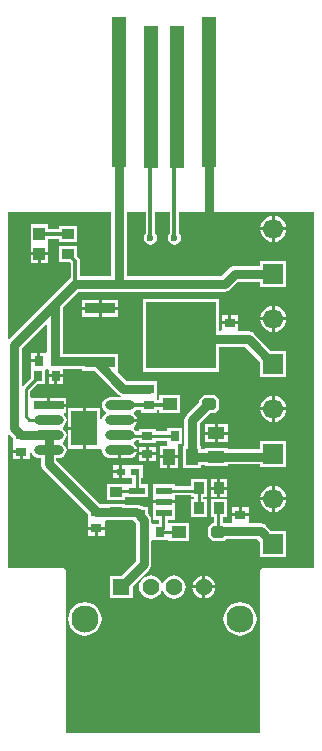
<source format=gtl>
G04*
G04 #@! TF.GenerationSoftware,Altium Limited,Altium NEXUS,2.1.5 (53)*
G04*
G04 Layer_Physical_Order=1*
G04 Layer_Color=255*
%FSLAX44Y44*%
%MOMM*%
G71*
G01*
G75*
%ADD11C,0.2540*%
%ADD13R,1.2700X12.7000*%
%ADD14R,1.2700X12.0000*%
%ADD15R,1.0000X0.9000*%
%ADD16R,1.0000X1.1000*%
%ADD17R,1.2200X1.0000*%
G04:AMPARAMS|DCode=18|XSize=1mm|YSize=1.22mm|CornerRadius=0mm|HoleSize=0mm|Usage=FLASHONLY|Rotation=270.000|XOffset=0mm|YOffset=0mm|HoleType=Round|Shape=Octagon|*
%AMOCTAGOND18*
4,1,8,0.6100,0.2500,0.6100,-0.2500,0.3600,-0.5000,-0.3600,-0.5000,-0.6100,-0.2500,-0.6100,0.2500,-0.3600,0.5000,0.3600,0.5000,0.6100,0.2500,0.0*
%
%ADD18OCTAGOND18*%

%ADD19R,0.9000X0.8000*%
%ADD20R,0.8000X0.9000*%
%ADD21R,0.7000X0.9000*%
%ADD22R,2.5900X0.9500*%
%ADD23R,5.9400X5.6300*%
%ADD24O,2.5000X0.8000*%
%ADD25R,2.5000X0.8000*%
%ADD26R,2.2000X3.0000*%
%ADD27R,1.3700X0.5900*%
%ADD28R,0.9000X1.0000*%
%ADD29R,1.4000X1.0000*%
%ADD30R,1.0000X1.4000*%
%ADD31R,0.9000X0.7000*%
%ADD32R,0.8000X0.6000*%
%ADD58C,0.3000*%
%ADD59C,0.8000*%
%ADD60C,0.4000*%
%ADD61C,2.3000*%
%ADD62C,1.4280*%
%ADD63R,1.4280X1.4280*%
%ADD64R,1.7000X1.7000*%
%ADD65C,1.7000*%
%ADD66C,0.6000*%
G36*
X263091Y143309D02*
X220980Y143309D01*
X219599Y143035D01*
X218428Y142252D01*
X217645Y141081D01*
X217371Y139700D01*
X217371Y3609D01*
X53139D01*
Y139700D01*
X52865Y141081D01*
X52082Y142252D01*
X50911Y143035D01*
X49530Y143309D01*
X3609D01*
Y255926D01*
X4879Y256452D01*
X8200Y253131D01*
Y249730D01*
X8200Y249380D01*
Y248460D01*
X8200Y248110D01*
Y243190D01*
X15240D01*
Y241920D01*
X16510D01*
Y235380D01*
X22280D01*
Y241107D01*
X23482Y241371D01*
X24141Y239780D01*
X25190Y238414D01*
X26556Y237365D01*
X28147Y236706D01*
X29854Y236482D01*
X31758D01*
Y231536D01*
X31982Y229829D01*
X32641Y228238D01*
X33690Y226872D01*
X71700Y188861D01*
Y184960D01*
X71700Y184610D01*
Y183690D01*
X71700Y183340D01*
Y178420D01*
X78740D01*
X85780D01*
Y183341D01*
X86838Y184202D01*
X87710Y183955D01*
Y183850D01*
X98481D01*
X98910Y183794D01*
X109826D01*
X109847Y183742D01*
X110896Y182376D01*
X112134Y181138D01*
Y173990D01*
Y149172D01*
X99971Y137010D01*
X89940D01*
Y117650D01*
X109300D01*
Y127681D01*
X123394Y141776D01*
X124443Y143142D01*
X125102Y144733D01*
X125326Y146440D01*
Y166038D01*
X126190Y166950D01*
X126596Y166950D01*
X139270D01*
X139649Y166450D01*
Y166450D01*
X156929D01*
Y181530D01*
X139649D01*
X139345Y182674D01*
Y184400D01*
X145600D01*
Y193900D01*
Y198120D01*
X136210D01*
X126820D01*
Y193900D01*
Y184400D01*
X131575D01*
Y181030D01*
X126596D01*
X126190Y181030D01*
X125326Y181942D01*
Y183870D01*
X125102Y185577D01*
X124443Y187168D01*
X123394Y188534D01*
X122100Y189829D01*
Y195380D01*
X118098D01*
X117808Y195603D01*
X116217Y196262D01*
X114615Y196473D01*
X113917Y196762D01*
X112210Y196986D01*
X102790D01*
Y197930D01*
X87710D01*
Y197746D01*
X81472D01*
X44950Y234268D01*
Y236482D01*
X46854D01*
X48561Y236706D01*
X50152Y237365D01*
X51518Y238414D01*
X52567Y239780D01*
X53226Y241371D01*
X53450Y243078D01*
X53226Y244785D01*
X52567Y246376D01*
X51518Y247742D01*
X50237Y248726D01*
X50147Y249408D01*
Y249449D01*
X50237Y250130D01*
X51518Y251114D01*
X52567Y252480D01*
X53226Y254071D01*
X53450Y255778D01*
X53226Y257485D01*
X52567Y259076D01*
X51518Y260442D01*
X50237Y261426D01*
X50147Y262108D01*
Y262148D01*
X50237Y262830D01*
X51518Y263814D01*
X52567Y265180D01*
X53226Y266771D01*
X53450Y268478D01*
X53226Y270185D01*
X52567Y271776D01*
X51518Y273142D01*
X51224Y273368D01*
X51656Y274638D01*
X53394D01*
Y279908D01*
X38354D01*
Y281178D01*
X37084D01*
Y287718D01*
X23314D01*
X22935Y288831D01*
Y293061D01*
X28904Y299030D01*
X35490D01*
Y310825D01*
X36370Y311730D01*
X37140D01*
X38410Y311368D01*
Y307340D01*
X44450D01*
X50490D01*
Y311674D01*
X66370D01*
Y310210D01*
X77281D01*
X96866Y290626D01*
X98232Y289577D01*
X99518Y289044D01*
X99266Y287774D01*
X89854D01*
X88147Y287550D01*
X86556Y286891D01*
X85190Y285842D01*
X84141Y284476D01*
X83482Y282885D01*
X83258Y281178D01*
X83482Y279471D01*
X84141Y277880D01*
X85190Y276514D01*
X86471Y275530D01*
X86561Y274848D01*
Y274807D01*
X86471Y274126D01*
X85190Y273142D01*
X84141Y271776D01*
X83482Y270185D01*
X83390Y269484D01*
X82120Y269567D01*
Y279160D01*
X69850D01*
Y261620D01*
Y244080D01*
X82108D01*
X82427Y244079D01*
X83264Y243124D01*
X83258Y243078D01*
X83482Y241371D01*
X84141Y239780D01*
X85190Y238414D01*
X86556Y237365D01*
X88147Y236706D01*
X89854Y236482D01*
X97084D01*
Y243078D01*
X98354D01*
Y244348D01*
X113283D01*
X113226Y244785D01*
X112567Y246376D01*
X111518Y247742D01*
X110237Y248726D01*
X110147Y249408D01*
Y249449D01*
X110237Y250130D01*
X111518Y251114D01*
X111876Y251579D01*
X114880D01*
Y249110D01*
X128960D01*
Y251265D01*
X138860D01*
Y248300D01*
X138860Y248230D01*
X138691Y247030D01*
X132320D01*
Y238760D01*
X139860D01*
X147400D01*
Y246960D01*
X147400Y247030D01*
X147569Y248230D01*
X150940D01*
Y262310D01*
X138860D01*
Y259035D01*
X128960D01*
Y261190D01*
X114880D01*
Y259349D01*
X112358D01*
X111518Y260442D01*
X110237Y261426D01*
X110147Y262108D01*
Y262148D01*
X110237Y262830D01*
X111518Y263814D01*
X112567Y265180D01*
X113226Y266771D01*
X113283Y267208D01*
X98354D01*
Y269748D01*
X113283D01*
X113226Y270185D01*
X112567Y271776D01*
X111518Y273142D01*
X110237Y274126D01*
X110147Y274807D01*
Y274848D01*
X110237Y275530D01*
X111518Y276514D01*
X111980Y277115D01*
X116150D01*
Y274750D01*
X130230D01*
Y277171D01*
X132029D01*
Y274400D01*
X149309D01*
Y289480D01*
X132029D01*
Y285409D01*
X130230D01*
Y287480D01*
X130230Y287830D01*
Y288750D01*
X130230Y289100D01*
Y301830D01*
X123619D01*
X123190Y301886D01*
X104262D01*
X96937Y309212D01*
X97350Y310210D01*
X97350D01*
Y324790D01*
X81671D01*
X81090Y324866D01*
X50426D01*
Y364068D01*
X63692Y377334D01*
X187570D01*
X189277Y377558D01*
X190868Y378217D01*
X192234Y379266D01*
X198802Y385834D01*
X217560D01*
Y381390D01*
X239640D01*
Y403470D01*
X217560D01*
Y399026D01*
X196070D01*
X194363Y398802D01*
X192772Y398143D01*
X191406Y397094D01*
X184838Y390526D01*
X104386D01*
Y444500D01*
X120341D01*
Y426717D01*
X119241Y425072D01*
X118812Y422910D01*
X119241Y420748D01*
X120466Y418916D01*
X122298Y417691D01*
X124460Y417262D01*
X126622Y417691D01*
X128454Y418916D01*
X129679Y420748D01*
X130108Y422910D01*
X129679Y425072D01*
X128579Y426717D01*
Y444500D01*
X140661D01*
Y426717D01*
X139561Y425072D01*
X139131Y422910D01*
X139561Y420748D01*
X140786Y418916D01*
X142618Y417691D01*
X144780Y417262D01*
X146942Y417691D01*
X148774Y418916D01*
X149999Y420748D01*
X150428Y422910D01*
X149999Y425072D01*
X148899Y426717D01*
Y444500D01*
X263091D01*
Y143309D01*
D02*
G37*
G36*
X91194Y390526D02*
X65079D01*
Y402980D01*
X64766Y404556D01*
X63873Y405893D01*
X62150Y407615D01*
Y416370D01*
X47070D01*
Y402290D01*
X55825D01*
X56841Y401274D01*
Y389013D01*
X56296Y388594D01*
X39166Y371464D01*
X4879Y337178D01*
X3609Y337704D01*
Y444500D01*
X91194D01*
Y390526D01*
D02*
G37*
G36*
X37234Y349216D02*
Y326722D01*
X36370Y325810D01*
X31100D01*
Y318770D01*
X29830D01*
Y317500D01*
X23290D01*
Y311730D01*
X23410D01*
Y304524D01*
X16756Y297870D01*
X15486Y298396D01*
Y329128D01*
X36060Y349701D01*
X37234Y349216D01*
D02*
G37*
%LPC*%
G36*
X229870Y441498D02*
Y431800D01*
X239568D01*
X239356Y433412D01*
X238243Y436098D01*
X236474Y438404D01*
X234168Y440173D01*
X231482Y441286D01*
X229870Y441498D01*
D02*
G37*
G36*
X227330D02*
X225718Y441286D01*
X223032Y440173D01*
X220726Y438404D01*
X218957Y436098D01*
X217844Y433412D01*
X217632Y431800D01*
X227330D01*
Y441498D01*
D02*
G37*
G36*
X239568Y429260D02*
X229870D01*
Y419562D01*
X231482Y419774D01*
X234168Y420887D01*
X236474Y422656D01*
X238243Y424962D01*
X239356Y427648D01*
X239568Y429260D01*
D02*
G37*
G36*
X227330D02*
X217632D01*
X217844Y427648D01*
X218957Y424962D01*
X220726Y422656D01*
X223032Y420887D01*
X225718Y419774D01*
X227330Y419562D01*
Y429260D01*
D02*
G37*
G36*
X97350Y370510D02*
X83130D01*
Y364490D01*
X97350D01*
Y370510D01*
D02*
G37*
G36*
X80590D02*
X66370D01*
Y364490D01*
X80590D01*
Y370510D01*
D02*
G37*
G36*
X97350Y361950D02*
X83130D01*
Y355930D01*
X97350D01*
Y361950D01*
D02*
G37*
G36*
X80590D02*
X66370D01*
Y355930D01*
X80590D01*
Y361950D01*
D02*
G37*
G36*
X229870Y365298D02*
Y355600D01*
X239568D01*
X239356Y357212D01*
X238243Y359898D01*
X236474Y362204D01*
X234168Y363973D01*
X231482Y365086D01*
X229870Y365298D01*
D02*
G37*
G36*
X227330D02*
X225718Y365086D01*
X223032Y363973D01*
X220726Y362204D01*
X218957Y359898D01*
X217844Y357212D01*
X217632Y355600D01*
X227330D01*
Y365298D01*
D02*
G37*
G36*
X198810Y357710D02*
X193040D01*
Y352440D01*
X198810D01*
Y357710D01*
D02*
G37*
G36*
X190500D02*
X184730D01*
Y352440D01*
X190500D01*
Y357710D01*
D02*
G37*
G36*
X239568Y353060D02*
X229870D01*
Y343362D01*
X231482Y343574D01*
X234168Y344687D01*
X236474Y346456D01*
X238243Y348762D01*
X239356Y351448D01*
X239568Y353060D01*
D02*
G37*
G36*
X227330D02*
X217632D01*
X217844Y351448D01*
X218957Y348762D01*
X220726Y346456D01*
X223032Y344687D01*
X225718Y343574D01*
X227330Y343362D01*
Y353060D01*
D02*
G37*
G36*
X182600Y371050D02*
X118120D01*
Y309670D01*
X182600D01*
Y330574D01*
X204928D01*
X217560Y317941D01*
Y305190D01*
X239640D01*
Y327270D01*
X226889D01*
X212324Y341834D01*
X210958Y342883D01*
X209367Y343542D01*
X207660Y343766D01*
X199722D01*
X198810Y344630D01*
X198810Y345036D01*
Y349900D01*
X184730D01*
Y345036D01*
X184730Y344694D01*
X183795Y343822D01*
X182600Y343917D01*
Y371050D01*
D02*
G37*
G36*
X50490Y304800D02*
X45720D01*
Y299030D01*
X50490D01*
Y304800D01*
D02*
G37*
G36*
X43180D02*
X38410D01*
Y299030D01*
X43180D01*
Y304800D01*
D02*
G37*
G36*
X39624Y287718D02*
Y282448D01*
X53394D01*
Y287718D01*
X39624D01*
D02*
G37*
G36*
X229870Y289098D02*
Y279400D01*
X239568D01*
X239356Y281012D01*
X238243Y283698D01*
X236474Y286004D01*
X234168Y287773D01*
X231482Y288886D01*
X229870Y289098D01*
D02*
G37*
G36*
X227330D02*
X225718Y288886D01*
X223032Y287773D01*
X220726Y286004D01*
X218957Y283698D01*
X217844Y281012D01*
X217632Y279400D01*
X227330D01*
Y289098D01*
D02*
G37*
G36*
X239568Y276860D02*
X229870D01*
Y267162D01*
X231482Y267374D01*
X234168Y268487D01*
X236474Y270256D01*
X238243Y272562D01*
X239356Y275248D01*
X239568Y276860D01*
D02*
G37*
G36*
X227330D02*
X217632D01*
X217844Y275248D01*
X218957Y272562D01*
X220726Y270256D01*
X223032Y268487D01*
X225718Y267374D01*
X227330Y267162D01*
Y276860D01*
D02*
G37*
G36*
X67310Y279160D02*
X55040D01*
Y262890D01*
X67310D01*
Y279160D01*
D02*
G37*
G36*
X189880Y265190D02*
X181610D01*
Y258920D01*
X189880D01*
Y265190D01*
D02*
G37*
G36*
X179070D02*
X170800D01*
Y258920D01*
X179070D01*
Y265190D01*
D02*
G37*
G36*
X189880Y256380D02*
X181610D01*
Y250110D01*
X189880D01*
Y256380D01*
D02*
G37*
G36*
X179070D02*
X170800D01*
Y250110D01*
X179070D01*
Y256380D01*
D02*
G37*
G36*
X67310Y260350D02*
X55040D01*
Y244080D01*
X67310D01*
Y260350D01*
D02*
G37*
G36*
X128960Y246190D02*
X123190D01*
Y241420D01*
X128960D01*
Y246190D01*
D02*
G37*
G36*
X120650D02*
X114880D01*
Y241420D01*
X120650D01*
Y246190D01*
D02*
G37*
G36*
X113283Y241808D02*
X99624D01*
Y236482D01*
X106854D01*
X108561Y236706D01*
X110152Y237365D01*
X111518Y238414D01*
X112567Y239780D01*
X113226Y241371D01*
X113283Y241808D01*
D02*
G37*
G36*
X13970Y240650D02*
X8200D01*
Y235380D01*
X13970D01*
Y240650D01*
D02*
G37*
G36*
X128960Y238880D02*
X123190D01*
Y234110D01*
X128960D01*
Y238880D01*
D02*
G37*
G36*
X120650D02*
X114880D01*
Y234110D01*
X120650D01*
Y238880D01*
D02*
G37*
G36*
X179161Y289480D02*
X169421D01*
X165651Y285710D01*
Y283729D01*
X155236Y273313D01*
X154187Y271947D01*
X153528Y270356D01*
X153304Y268649D01*
Y255270D01*
Y247030D01*
X152320D01*
Y227950D01*
X167400D01*
Y230974D01*
X170800D01*
Y230110D01*
X189880D01*
Y231054D01*
X217560D01*
Y228990D01*
X239640D01*
Y251070D01*
X217560D01*
Y244246D01*
X189880D01*
Y245190D01*
X170800D01*
Y244166D01*
X167400D01*
Y247030D01*
X166496D01*
Y255270D01*
Y265917D01*
X174980Y274400D01*
X179161D01*
X182931Y278170D01*
Y285710D01*
X179161Y289480D01*
D02*
G37*
G36*
X147400Y236220D02*
X141130D01*
Y227950D01*
X147400D01*
Y236220D01*
D02*
G37*
G36*
X138590D02*
X132320D01*
Y227950D01*
X138590D01*
Y236220D01*
D02*
G37*
G36*
X98140Y230330D02*
X92870D01*
Y226060D01*
X98140D01*
Y230330D01*
D02*
G37*
G36*
Y223520D02*
X92870D01*
Y219250D01*
X98140D01*
Y223520D01*
D02*
G37*
G36*
X117950Y230330D02*
X100680D01*
Y224790D01*
Y219250D01*
X108825D01*
Y214380D01*
X103320D01*
X102790Y214930D01*
Y214930D01*
X87710D01*
Y200850D01*
X102790D01*
Y202350D01*
X103320Y203400D01*
X122100D01*
Y214380D01*
X116595D01*
Y219250D01*
X117950D01*
Y230330D01*
D02*
G37*
G36*
X172530Y218360D02*
X158450D01*
Y212775D01*
X145600D01*
Y214380D01*
X126820D01*
Y203400D01*
Y200660D01*
X136210D01*
X145600D01*
Y205005D01*
X158450D01*
Y203280D01*
X161605D01*
Y201850D01*
X158450D01*
Y186770D01*
X172530D01*
Y201850D01*
X169375D01*
Y203280D01*
X172530D01*
Y218360D01*
D02*
G37*
G36*
X189530D02*
X183760D01*
Y212090D01*
X189530D01*
Y218360D01*
D02*
G37*
G36*
X181220D02*
X175450D01*
Y212090D01*
X181220D01*
Y218360D01*
D02*
G37*
G36*
X189530Y209550D02*
X183760D01*
Y203280D01*
X189530D01*
Y209550D01*
D02*
G37*
G36*
X181220D02*
X175450D01*
Y203280D01*
X181220D01*
Y209550D01*
D02*
G37*
G36*
X229870Y212898D02*
Y203200D01*
X239568D01*
X239356Y204812D01*
X238243Y207498D01*
X236474Y209804D01*
X234168Y211573D01*
X231482Y212686D01*
X229870Y212898D01*
D02*
G37*
G36*
X227330D02*
X225718Y212686D01*
X223032Y211573D01*
X220726Y209804D01*
X218957Y207498D01*
X217844Y204812D01*
X217632Y203200D01*
X227330D01*
Y212898D01*
D02*
G37*
G36*
X239568Y200660D02*
X229870D01*
Y190962D01*
X231482Y191174D01*
X234168Y192287D01*
X236474Y194056D01*
X238243Y196362D01*
X239356Y199048D01*
X239568Y200660D01*
D02*
G37*
G36*
X227330D02*
X217632D01*
X217844Y199048D01*
X218957Y196362D01*
X220726Y194056D01*
X223032Y192287D01*
X225718Y191174D01*
X227330Y190962D01*
Y200660D01*
D02*
G37*
G36*
X207700Y195150D02*
X201930D01*
Y189880D01*
X207700D01*
Y195150D01*
D02*
G37*
G36*
X199390D02*
X193620D01*
Y189880D01*
X199390D01*
Y195150D01*
D02*
G37*
G36*
X85780Y175880D02*
X80010D01*
Y170610D01*
X85780D01*
Y175880D01*
D02*
G37*
G36*
X77470D02*
X71700D01*
Y170610D01*
X77470D01*
Y175880D01*
D02*
G37*
G36*
X189530Y201850D02*
X175450D01*
Y186770D01*
X178026D01*
Y181530D01*
X177041D01*
X173271Y177760D01*
Y170220D01*
X177041Y166450D01*
X186781D01*
X188344Y168014D01*
X215088D01*
X217560Y165541D01*
Y152790D01*
X239640D01*
Y174870D01*
X226889D01*
X222484Y179274D01*
X221118Y180323D01*
X219527Y180982D01*
X217820Y181206D01*
X208612D01*
X207700Y182070D01*
X207700Y182476D01*
Y187340D01*
X193620D01*
Y182476D01*
X193620Y182070D01*
X192708Y181206D01*
X187105D01*
X186781Y181530D01*
X185796D01*
Y186770D01*
X189530D01*
Y201850D01*
D02*
G37*
G36*
X144620Y137093D02*
X142093Y136761D01*
X139738Y135786D01*
X137716Y134234D01*
X136165Y132212D01*
X135280Y130075D01*
X134620Y129958D01*
X133960Y130075D01*
X133076Y132212D01*
X131524Y134234D01*
X129502Y135786D01*
X127147Y136761D01*
X124620Y137093D01*
X122093Y136761D01*
X119738Y135786D01*
X117716Y134234D01*
X116165Y132212D01*
X115189Y129857D01*
X114857Y127330D01*
X115189Y124803D01*
X116165Y122448D01*
X117716Y120426D01*
X119738Y118875D01*
X122093Y117899D01*
X124620Y117566D01*
X127147Y117899D01*
X129502Y118875D01*
X131524Y120426D01*
X133076Y122448D01*
X133960Y124585D01*
X134620Y124702D01*
X135280Y124585D01*
X136165Y122448D01*
X137716Y120426D01*
X139738Y118875D01*
X142093Y117899D01*
X144620Y117566D01*
X147147Y117899D01*
X149502Y118875D01*
X151524Y120426D01*
X153076Y122448D01*
X154051Y124803D01*
X154383Y127330D01*
X154051Y129857D01*
X153076Y132212D01*
X151524Y134234D01*
X149502Y135786D01*
X147147Y136761D01*
X144620Y137093D01*
D02*
G37*
G36*
X170890Y136926D02*
Y128600D01*
X179216D01*
X179051Y129857D01*
X178076Y132212D01*
X176524Y134234D01*
X174502Y135786D01*
X172147Y136761D01*
X170890Y136926D01*
D02*
G37*
G36*
X168350D02*
X167093Y136761D01*
X164738Y135786D01*
X162716Y134234D01*
X161164Y132212D01*
X160189Y129857D01*
X160024Y128600D01*
X168350D01*
Y136926D01*
D02*
G37*
G36*
X179216Y126060D02*
X170890D01*
Y117734D01*
X172147Y117899D01*
X174502Y118875D01*
X176524Y120426D01*
X178076Y122448D01*
X179051Y124803D01*
X179216Y126060D01*
D02*
G37*
G36*
X168350D02*
X160024D01*
X160189Y124803D01*
X161164Y122448D01*
X162716Y120426D01*
X164738Y118875D01*
X167093Y117899D01*
X168350Y117734D01*
Y126060D01*
D02*
G37*
G36*
X200320Y114391D02*
X196655Y113909D01*
X193239Y112494D01*
X190307Y110243D01*
X188056Y107311D01*
X186641Y103895D01*
X186159Y100230D01*
X186641Y96565D01*
X188056Y93149D01*
X190307Y90217D01*
X193239Y87966D01*
X196655Y86551D01*
X200320Y86069D01*
X203985Y86551D01*
X207401Y87966D01*
X210333Y90217D01*
X212584Y93149D01*
X213999Y96565D01*
X214481Y100230D01*
X213999Y103895D01*
X212584Y107311D01*
X210333Y110243D01*
X207401Y112494D01*
X203985Y113909D01*
X200320Y114391D01*
D02*
G37*
G36*
X68920D02*
X65255Y113909D01*
X61839Y112494D01*
X58907Y110243D01*
X56656Y107311D01*
X55241Y103895D01*
X54759Y100230D01*
X55241Y96565D01*
X56656Y93149D01*
X58907Y90217D01*
X61839Y87966D01*
X65255Y86551D01*
X68920Y86069D01*
X72585Y86551D01*
X76001Y87966D01*
X78933Y90217D01*
X81184Y93149D01*
X82599Y96565D01*
X83081Y100230D01*
X82599Y103895D01*
X81184Y107311D01*
X78933Y110243D01*
X76001Y112494D01*
X72585Y113909D01*
X68920Y114391D01*
D02*
G37*
G36*
X38020Y434370D02*
X22940D01*
Y418640D01*
X22940Y418290D01*
Y417370D01*
X22940Y417020D01*
Y410600D01*
X30480D01*
X38020D01*
Y417020D01*
X38020Y417370D01*
Y418290D01*
X38020Y418640D01*
Y422211D01*
X47070D01*
Y419290D01*
X62150D01*
Y433370D01*
X47070D01*
Y430449D01*
X38020D01*
Y434370D01*
D02*
G37*
G36*
Y408060D02*
X31750D01*
Y401290D01*
X38020D01*
Y408060D01*
D02*
G37*
G36*
X29210D02*
X22940D01*
Y401290D01*
X29210D01*
Y408060D01*
D02*
G37*
G36*
X28560Y325810D02*
X23290D01*
Y320040D01*
X28560D01*
Y325810D01*
D02*
G37*
%LPD*%
D11*
X111410Y224790D02*
X112710Y223490D01*
Y208890D02*
Y223490D01*
X95250Y207890D02*
X96250Y208890D01*
X112710D01*
X19050Y271998D02*
X22044Y269004D01*
X37828D01*
X38354Y268478D01*
X19050Y271998D02*
Y294670D01*
X29450Y305070D01*
Y306070D01*
X144780Y255150D02*
X144900Y255270D01*
X121920Y255150D02*
X144780D01*
X121606Y255464D02*
X121920Y255150D01*
X98668Y255464D02*
X121606D01*
X98354Y255778D02*
X98668Y255464D01*
X181911Y173990D02*
Y193731D01*
X182490Y194310D01*
X165490D02*
X165490Y194310D01*
Y210820D01*
X163560Y208890D02*
X165490Y210820D01*
X136210Y208890D02*
X163560D01*
X132730Y173990D02*
X135460Y176720D01*
Y189140D01*
X136210Y189890D01*
X148289Y173990D02*
X148289Y173990D01*
X132730Y173990D02*
X148289D01*
D13*
X97790Y546100D02*
D03*
X173990D02*
D03*
D14*
X146685Y542290D02*
D03*
X125095D02*
D03*
D15*
X54610Y426330D02*
D03*
Y409330D02*
D03*
X95250Y190890D02*
D03*
Y207890D02*
D03*
D16*
X30480Y426330D02*
D03*
Y409330D02*
D03*
D17*
X148289Y173990D02*
D03*
X140669Y281940D02*
D03*
D18*
X181911Y173990D02*
D03*
X174291Y281940D02*
D03*
D19*
X123190Y295290D02*
D03*
Y281290D02*
D03*
X15240Y241920D02*
D03*
Y255920D02*
D03*
X200660Y188610D02*
D03*
Y174610D02*
D03*
X78740Y177150D02*
D03*
Y191150D02*
D03*
X191770Y351170D02*
D03*
Y337170D02*
D03*
D20*
X118730Y173990D02*
D03*
X132730D02*
D03*
X29830Y318770D02*
D03*
X43830D02*
D03*
D21*
X159900Y255270D02*
D03*
X144900D02*
D03*
X29450Y306070D02*
D03*
X44450D02*
D03*
D22*
X81860Y317500D02*
D03*
Y363220D02*
D03*
D23*
X150360Y340360D02*
D03*
D24*
X98354Y243078D02*
D03*
Y255778D02*
D03*
Y268478D02*
D03*
Y281178D02*
D03*
X38354Y243078D02*
D03*
Y255778D02*
D03*
Y268478D02*
D03*
D25*
Y281178D02*
D03*
D26*
X68580Y261620D02*
D03*
D27*
X112710Y189890D02*
D03*
Y208890D02*
D03*
X136210D02*
D03*
Y199390D02*
D03*
Y189890D02*
D03*
D28*
X182490Y194310D02*
D03*
X165490D02*
D03*
X165490Y210820D02*
D03*
X182490D02*
D03*
D29*
X180340Y237650D02*
D03*
Y257650D02*
D03*
D30*
X159860Y237490D02*
D03*
X139860D02*
D03*
D31*
X121920Y255150D02*
D03*
Y240150D02*
D03*
D32*
X99410Y224790D02*
D03*
X111410D02*
D03*
D58*
X124460Y499745D02*
X125095Y500380D01*
X124460Y422910D02*
Y499745D01*
X144780Y422910D02*
Y498475D01*
X146685Y500380D01*
X98354Y281178D02*
X98410Y281234D01*
X123134D01*
X123190Y281290D01*
X140019D01*
X140669Y281940D01*
X30480Y426330D02*
X30480Y426330D01*
X54610D01*
X60960Y383930D02*
Y402980D01*
X58110Y405830D02*
X60960Y402980D01*
X58110Y405830D02*
Y406330D01*
X55110Y409330D02*
X58110Y406330D01*
X54610Y409330D02*
X55110D01*
D59*
X173990Y433070D02*
Y511810D01*
X97790Y383930D02*
X146050D01*
X60960D02*
X97790D01*
Y504190D01*
X99620Y127330D02*
X118730Y146440D01*
Y173990D01*
Y183870D01*
X115560Y187040D02*
X118730Y183870D01*
X115560Y187040D02*
Y188840D01*
X114510Y189890D02*
X115560Y188840D01*
X112710Y189890D02*
X114510D01*
X81110Y315710D02*
Y318250D01*
X78240Y191150D02*
Y191650D01*
X43830Y318270D02*
X81090D01*
X98910Y190390D02*
X112210D01*
X8890Y261770D02*
Y331860D01*
X43830Y366800D01*
X60960Y383930D01*
X43830Y318770D02*
Y366800D01*
X146050Y383930D02*
X187570D01*
X196070Y392430D01*
X228600D01*
X81090Y318270D02*
X81110Y318250D01*
X43830Y318270D02*
Y318770D01*
X81110Y315710D02*
X101530Y295290D01*
X123190D01*
X8890Y261770D02*
X14740Y255920D01*
X15240D01*
X15740D01*
X15882Y255778D01*
X38354D01*
Y231536D02*
Y243078D01*
Y231536D02*
X78240Y191650D01*
X38354Y243078D02*
Y255778D01*
X78240Y191150D02*
X78740D01*
X94990D01*
X95250Y190890D01*
X112210Y190390D02*
X112710Y189890D01*
X207660Y337170D02*
X228600Y316230D01*
X191770Y337170D02*
X207660D01*
X151010D02*
X191770D01*
X150360Y337820D02*
X151010Y337170D01*
X226220Y237650D02*
X228600Y240030D01*
X180340Y237650D02*
X226220D01*
X159900Y268649D02*
X173191Y281940D01*
X159900Y255270D02*
Y268649D01*
Y237530D02*
X159940Y237570D01*
X159860Y237490D02*
X159900Y237530D01*
Y255270D01*
X173191Y281940D02*
X174291D01*
X180260Y237570D02*
X180340Y237650D01*
X159940Y237570D02*
X180260D01*
X217820Y174610D02*
X228600Y163830D01*
X200660Y174610D02*
X217820D01*
X182531D02*
X200660D01*
X181911Y173990D02*
X182531Y174610D01*
D60*
X146050Y383930D02*
X146200Y384080D01*
D61*
X200320Y100230D02*
D03*
X68920D02*
D03*
D62*
X169620Y127330D02*
D03*
X144620D02*
D03*
X124620D02*
D03*
D63*
X99620D02*
D03*
D64*
X228600Y163830D02*
D03*
Y240030D02*
D03*
Y392430D02*
D03*
Y316230D02*
D03*
D65*
Y201930D02*
D03*
Y278130D02*
D03*
Y430530D02*
D03*
Y354330D02*
D03*
D66*
X144780Y422910D02*
D03*
X124460D02*
D03*
X29210Y332740D02*
D03*
X250000Y425000D02*
D03*
Y375000D02*
D03*
Y325000D02*
D03*
Y275000D02*
D03*
Y225000D02*
D03*
Y175000D02*
D03*
X225000Y375000D02*
D03*
X237500Y300000D02*
D03*
X225000Y225000D02*
D03*
X200000Y425000D02*
D03*
Y375000D02*
D03*
X212500Y350000D02*
D03*
X200000Y325000D02*
D03*
X212500Y300000D02*
D03*
X200000Y275000D02*
D03*
X212500Y250000D02*
D03*
X200000Y225000D02*
D03*
X212500Y200000D02*
D03*
Y150000D02*
D03*
X200000Y125000D02*
D03*
Y75000D02*
D03*
X212500Y50000D02*
D03*
X200000Y25000D02*
D03*
X175000Y425000D02*
D03*
X187500Y400000D02*
D03*
Y300000D02*
D03*
X175000Y225000D02*
D03*
X187500Y150000D02*
D03*
X175000Y75000D02*
D03*
X187500Y50000D02*
D03*
X175000Y25000D02*
D03*
X162500Y400000D02*
D03*
Y300000D02*
D03*
Y150000D02*
D03*
Y100000D02*
D03*
X150000Y75000D02*
D03*
X162500Y50000D02*
D03*
X150000Y25000D02*
D03*
X137500Y100000D02*
D03*
X125000Y75000D02*
D03*
X137500Y50000D02*
D03*
X125000Y25000D02*
D03*
X112500Y400000D02*
D03*
Y350000D02*
D03*
X100000Y175000D02*
D03*
X112500Y100000D02*
D03*
X100000Y75000D02*
D03*
X112500Y50000D02*
D03*
X100000Y25000D02*
D03*
X75000Y425000D02*
D03*
X87500Y400000D02*
D03*
Y350000D02*
D03*
X75000Y225000D02*
D03*
X87500Y150000D02*
D03*
X75000Y125000D02*
D03*
X87500Y100000D02*
D03*
X75000Y75000D02*
D03*
X87500Y50000D02*
D03*
X75000Y25000D02*
D03*
X62500Y350000D02*
D03*
Y300000D02*
D03*
X50000Y175000D02*
D03*
X62500Y150000D02*
D03*
Y50000D02*
D03*
X25000Y375000D02*
D03*
Y225000D02*
D03*
X37500Y200000D02*
D03*
X25000Y175000D02*
D03*
X37500Y150000D02*
D03*
M02*

</source>
